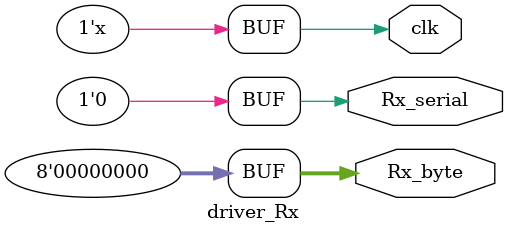
<source format=sv>
module driver_Rx(
output logic clk,
output logic Rx_serial,
output logic [7:0] Rx_byte
);
localparam CLK_PERIOD_NS=400; //Fclk=1Mhz
localparam BIT_PERIOD = 1600; // thời gian kéo dài của 1 bit UART
localparam CLK_PER_BIT = 4; //số xung clock cho 1 bit UART
always #(CLK_PERIOD_NS/2) clk=~clk;
initial begin
clk=0;
Rx_byte=0;
//tín hiệu bắt đầu start bit
Rx_serial=0;
end
endmodule

</source>
